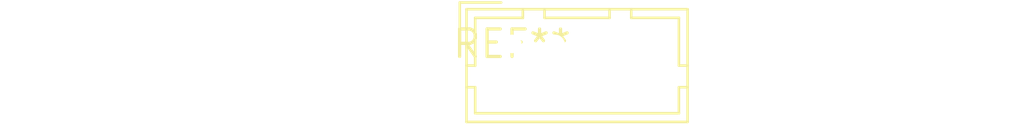
<source format=kicad_pcb>
(kicad_pcb (version 20240108) (generator pcbnew)
  (layers (0 "F.Cu" signal) (31 "B.Cu" signal) (34 "B.Paste" user) (35 "F.Paste" user) (36 "B.SilkS" user "B.Silkscreen") (37 "F.SilkS" user "F.Silkscreen") (38 "B.Mask" user) (39 "F.Mask" user) (44 "Edge.Cuts" user))
  (net 0 "")
  (footprint "Hirose_DF11-8DP-2DSA_2x04_P2.00mm_Vertical" (layer "F.Cu") (at 0 0)
    (property "Reference" "REF**")
    (property "Value" "Hirose_DF11-8DP-2DSA_2x04_P2.00mm_Vertical")
    (fp_line (start -2.41 -1.91) (end -0.5 -1.91) (layer "F.SilkS") (stroke (width 0.12)))
    (fp_line (start -2.41 0) (end -2.41 -1.91) (layer "F.SilkS") (stroke (width 0.12)))
    (fp_line (start -2.1 -1.6) (end -2.1 3.6) (layer "F.SilkS") (stroke (width 0.12)))
    (fp_line (start -2.1 1) (end -1.7 1) (layer "F.SilkS") (stroke (width 0.12)))
    (fp_line (start -2.1 2) (end -1.7 2) (layer "F.SilkS") (stroke (width 0.12)))
    (fp_line (start -2.1 3.6) (end 8.1 3.6) (layer "F.SilkS") (stroke (width 0.12)))
    (fp_line (start -1.7 -1.2) (end 0.5 -1.2) (layer "F.SilkS") (stroke (width 0.12)))
    (fp_line (start -1.7 1) (end -1.7 -1.2) (layer "F.SilkS") (stroke (width 0.12)))
    (fp_line (start -1.7 2) (end -1.7 3.2) (layer "F.SilkS") (stroke (width 0.12)))
    (fp_line (start -1.7 3.2) (end 7.7 3.2) (layer "F.SilkS") (stroke (width 0.12)))
    (fp_line (start 0.5 -1.2) (end 0.5 -1.6) (layer "F.SilkS") (stroke (width 0.12)))
    (fp_line (start 1.5 -1.6) (end 1.5 -1.2) (layer "F.SilkS") (stroke (width 0.12)))
    (fp_line (start 1.5 -1.2) (end 4.5 -1.2) (layer "F.SilkS") (stroke (width 0.12)))
    (fp_line (start 4.5 -1.2) (end 4.5 -1.6) (layer "F.SilkS") (stroke (width 0.12)))
    (fp_line (start 5.5 -1.2) (end 5.5 -1.6) (layer "F.SilkS") (stroke (width 0.12)))
    (fp_line (start 7.7 -1.2) (end 5.5 -1.2) (layer "F.SilkS") (stroke (width 0.12)))
    (fp_line (start 7.7 1) (end 7.7 -1.2) (layer "F.SilkS") (stroke (width 0.12)))
    (fp_line (start 7.7 2) (end 8.1 2) (layer "F.SilkS") (stroke (width 0.12)))
    (fp_line (start 7.7 3.2) (end 7.7 2) (layer "F.SilkS") (stroke (width 0.12)))
    (fp_line (start 8.1 -1.6) (end -2.1 -1.6) (layer "F.SilkS") (stroke (width 0.12)))
    (fp_line (start 8.1 1) (end 7.7 1) (layer "F.SilkS") (stroke (width 0.12)))
    (fp_line (start 8.1 3.6) (end 8.1 -1.6) (layer "F.SilkS") (stroke (width 0.12)))
    (pad "1" thru_hole roundrect (at 0 0) (size 1.2 1.65) (drill 0.85) (layers *.Cu *.Mask) (remove_unused_layers) (roundrect_rratio 0.208333))
    (pad "2" thru_hole oval (at 0 2) (size 1.2 1.65) (drill 0.85) (layers *.Cu *.Mask) (remove_unused_layers))
    (pad "3" thru_hole oval (at 2 0) (size 1.2 1.65) (drill 0.85) (layers *.Cu *.Mask) (remove_unused_layers))
    (pad "4" thru_hole oval (at 2 2) (size 1.2 1.65) (drill 0.85) (layers *.Cu *.Mask) (remove_unused_layers))
    (pad "5" thru_hole oval (at 4 0) (size 1.2 1.65) (drill 0.85) (layers *.Cu *.Mask) (remove_unused_layers))
    (pad "6" thru_hole oval (at 4 2) (size 1.2 1.65) (drill 0.85) (layers *.Cu *.Mask) (remove_unused_layers))
    (pad "7" thru_hole oval (at 6 0) (size 1.2 1.65) (drill 0.85) (layers *.Cu *.Mask) (remove_unused_layers))
    (pad "8" thru_hole oval (at 6 2) (size 1.2 1.65) (drill 0.85) (layers *.Cu *.Mask) (remove_unused_layers))
  )
)
</source>
